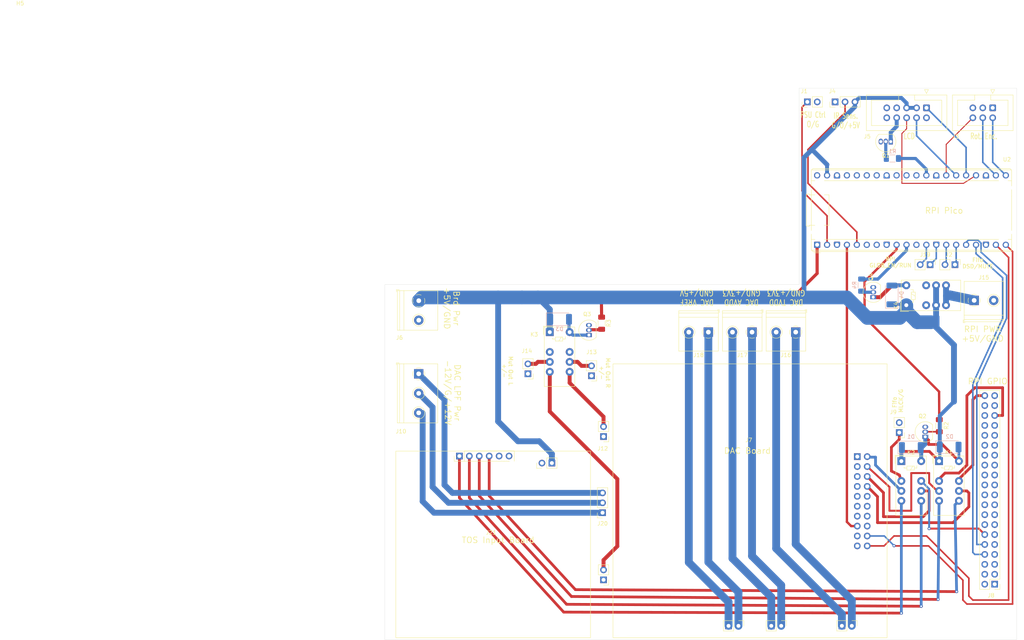
<source format=kicad_pcb>
(kicad_pcb (version 20241229) (generator "pcbnew") (generator_version "9.0")
  (layers (0 "F.Cu" signal) (2 "B.Cu" signal) (13 "F.Paste" user) (15 "B.Paste" user) (5 "F.SilkS" user "F.Silkscreen") (7 "B.SilkS" user "B.Silkscreen") (1 "F.Mask" user) (3 "B.Mask" user) (25 "Edge.Cuts" user))
  (net 0 "")
  (net 1 "+5V")
  (net 2 "GND")
  (net 3 "Net-(D1-A)")
  (net 4 "Net-(U2-GPIO22)")
  (net 5 "Net-(D3-A)")
  (net 6 "Net-(J1-Pin_1)")
  (net 7 "Net-(J3-Pin_2)")
  (net 8 "Net-(J4-Pin_2)")
  (net 9 "Net-(J2-Pin_1)")
  (net 10 "Net-(J3-Pin_6)")
  (net 12 "Net-(J3-Pin_4)")
  (net 15 "Net-(J5-Pin_8)")
  (net 16 "/SPI_TX")
  (net 20 "/SPI_SCK")
  (net 21 "Net-(Q1-B)")
  (net 22 "Net-(Q2-B)")
  (net 26 "/I2S_SCK")
  (net 27 "/I2S_SD")
  (net 29 "Net-(J7-Pin_15)")
  (net 31 "/SPI_RST")
  (net 33 "/I2C_SCL")
  (net 34 "/I2S_MCK")
  (net 35 "/I2S_LR")
  (net 43 "Net-(J8-Pin_40)")
  (net 44 "/I2C_SDA")
  (net 48 "Net-(J8-Pin_12)")
  (net 70 "/UART_RX")
  (net 73 "Net-(J8-Pin_35)")
  (net 77 "Net-(J9-Pin_1)")
  (net 78 "GNDA")
  (net 79 "Net-(J11-Pin_2)")
  (net 80 "Net-(J12-Pin_2)")
  (net 81 "Net-(J13-Pin_2)")
  (net 82 "Net-(J14-Pin_2)")
  (net 84 "Net-(J21-Pin_1)")
  (net 85 "Net-(J21-Pin_2)")
  (net 86 "Net-(J21-Pin_4)")
  (net 87 "Net-(Q3-B)")
  (net 88 "Net-(U2-GPIO7)")
  (net 89 "Net-(U2-GPIO0)")
  (net 102 "Net-(D4-A)")
  (net 103 "Net-(J15-Pin_1)")
  (net 106 "Net-(Q4-B)")
  (net 108 "/DAC_TVDD_3v3")
  (net 109 "/DAC_TVDD_GND")
  (net 110 "/DAC_AVDD_GND")
  (net 111 "/DAC_AVDD_3v3")
  (net 112 "/DAC_VREFH_GND")
  (net 113 "/DAC_VREFH_5V")
  (net 115 "/DAC_LPF_+12V")
  (net 116 "/DAC_LPF_GND")
  (net 117 "/DAC_LPF_-12V")
  (net 118 "Net-(J21-Pin_3)")
  (net 121 "Net-(U2-GPIO6)")
  (net 122 "/UART_TX")
  (net 124 "Net-(J19-Pin_2)")
  (net 125 "Net-(J2-Pin_2)")
  (net 126 "Net-(J19-Pin_1)")
  (footprint "Module:RaspberryPi_Pico_Common_THT" (layer "F.Cu") (at 207.315 61.087 90)
    (property "Reference" "U2")
    (property "Value" "Pico")
  )
  (footprint "TerminalBlock_Philmore:TerminalBlock_Philmore_TB132_1x02_P5.00mm_Horizontal" (layer "F.Cu") (at 247.476 75.311)
    (property "Reference" "J15")
    (property "Value" "PWR OUT RPI")
  )
  (footprint "MountingHole:MountingHole_3.2mm_M3" (layer "F.Cu") (at 117.094 83.439)
    (property "Reference" "H2" (hide yes))
    (property "Value" "MountingHole" (hide yes))
  )
  (footprint "Connector_IDC:IDC-Header_2x05_P2.54mm_Vertical" (layer "F.Cu") (at 235.285 26.035 -90)
    (property "Reference" "J5")
    (property "Value" "LCD")
  )
  (footprint "TerminalBlock_Philmore:TerminalBlock_Philmore_TB133_1x03_P5.00mm_Horizontal" (layer "F.Cu") (at 105.41 94.107 -90)
    (property "Reference" "J10")
    (property "Value" "DAC LPF PWR")
  )
  (footprint "Connector_PinHeader_2.54mm:PinHeader_1x02_P2.54mm_Vertical" (layer "F.Cu") (at 228.3206 109.1438 180)
    (property "Reference" "J9")
    (property "Value" "FIFO MCLK")
  )
  (footprint "Connector_PinSocket_2.54mm:PinSocket_1x03_P2.54mm_Vertical" (layer "F.Cu") (at 152.433346 129.667 180)
    (property "Reference" "J20")
    (property "Value" "DAC LPF PWR")
  )
  (footprint "Connector_IDC:IDC-Header_2x03_P2.54mm_Vertical" (layer "F.Cu") (at 252.222 26.035 -90)
    (property "Reference" "J3")
    (property "Value" "Rot Enc")
  )
  (footprint "Resistor_SMD:R_1206_3216Metric_Pad1.30x1.75mm_HandSolder" (layer "F.Cu") (at 238.5568 107.3918 -90)
    (property "Reference" "R2")
    (property "Value" "1K")
  )
  (footprint "Resistor_SMD:R_1206_3216Metric_Pad1.30x1.75mm_HandSolder" (layer "F.Cu") (at 152.1968 81.153 -90)
    (property "Reference" "R3")
    (property "Value" "1K")
  )
  (footprint "MountingHole:MountingHole_3.2mm_M3" (layer "F.Cu") (at 3.475 3.475)
    (property "Reference" "H5")
    (property "Value" "MountingHole")
  )
  (footprint "Relay_THT:Relay_DPDT_Omron_G6S-2" (layer "F.Cu") (at 238.506 116.459)
    (property "Reference" "K1")
    (property "Value" "G6S-2" (hide yes))
  )
  (footprint "TerminalBlock_Philmore:TerminalBlock_Philmore_TB132_1x02_P5.00mm_Horizontal" (layer "F.Cu") (at 179.498 83.439 180)
    (property "Reference" "J18")
    (property "Value" "DAC VREFH 5V")
  )
  (footprint "Relay_THT:Relay_DPDT_Omron_G6S-2" (layer "F.Cu") (at 228.854 116.459)
    (property "Reference" "K2")
    (property "Value" "G6S-2" (hide yes))
  )
  (footprint "Connector_PinHeader_2.54mm:PinHeader_1x03_P2.54mm_Vertical" (layer "F.Cu") (at 211.917 24.511 90)
    (property "Reference" "J4")
    (property "Value" "IR Rec")
  )
  (footprint "Connector_PinHeader_2.54mm:PinHeader_1x02_P2.54mm_Vertical" (layer "F.Cu") (at 133.35 94.107 180)
    (property "Reference" "J14")
    (property "Value" "DAC OUT L MUTED")
  )
  (footprint "Relay_THT:Relay_DPDT_Omron_G6S-2" (layer "F.Cu") (at 138.938 83.439)
    (property "Reference" "K3")
    (property "Value" "G6S-2" (hide yes))
  )
  (footprint "Connector_PinHeader_2.54mm:PinHeader_1x02_P2.54mm_Vertical" (layer "F.Cu") (at 236.22 66.167 -90)
    (property "Reference" "J19")
    (property "Value" "RPI GLOBAL_EN/RUN")
  )
  (footprint "Connector_PinHeader_2.54mm:PinHeader_2x20_P2.54mm_Vertical" (layer "F.Cu") (at 252.73 147.955 180)
    (property "Reference" "J8")
    (property "Value" "RPI4")
  )
  (footprint "Package_TO_SOT_THT:TO-92_Inline" (layer "F.Cu") (at 226.141 34.671 180)
    (property "Reference" "Q1")
    (property "Value" "BC547")
  )
  (footprint "MyLibrary:diyinkhak4497board" (layer "F.Cu") (at 189.899363 125.0822 -90)
    (property "Reference" "J7")
    (property "Value" "DAC I2S/I2C")
  )
  (footprint "Connector_PinHeader_2.54mm:PinHeader_1x02_P2.54mm_Vertical" (layer "F.Cu") (at 204.805 24.511 90)
    (property "Reference" "J1")
    (property "Value" "PSU Ctrl")
  )
  (footprint "Package_TO_SOT_THT:TO-92_Inline" (layer "F.Cu") (at 234.9754 110.236 90)
    (property "Reference" "Q2")
    (property "Value" "BC547")
  )
  (footprint "TerminalBlock_Philmore:TerminalBlock_Philmore_TB132_1x02_P5.00mm_Horizontal" (layer "F.Cu") (at 105.433 75.391 -90)
    (property "Reference" "J6")
    (property "Value" "Board PWR")
  )
  (footprint "Connector_PinHeader_2.54mm:PinHeader_1x02_P2.54mm_Vertical" (layer "F.Cu") (at 242.57 66.167 -90)
    (property "Reference" "J2")
    (property "Value" "FIFO DSD/MUTE")
  )
  (footprint "Connector_PinHeader_2.54mm:PinHeader_1x02_P2.54mm_Vertical" (layer "F.Cu") (at 152.687346 110.1648 180)
    (property "Reference" "J12")
    (property "Value" "DAC AOUT L")
  )
  (footprint "Package_TO_SOT_THT:TO-92_Inline" (layer "F.Cu") (at 221.6658 74.4982 90)
    (property "Reference" "Q4")
    (property "Value" "BC547")
  )
  (footprint "MountingHole:MountingHole_3.2mm_M3" (layer "F.Cu") (at 251.714 157.099)
    (property "Reference" "H1" (hide yes))
    (property "Value" "MountingHole" (hide yes))
  )
  (footprint "Connector_PinHeader_2.54mm:PinHeader_1x02_P2.54mm_Vertical" (layer "F.Cu") (at 149.606 94.615 180)
    (property "Reference" "J13")
    (property "Value" "DAC OUT R MUTED")
  )
  (footprint "Package_TO_SOT_THT:TO-92_Inline" (layer "F.Cu") (at 148.95 84.201 90)
    (property "Reference" "Q3")
    (property "Value" "BC547")
  )
  (footprint "Relay_THT:Relay_DPDT_Omron_G6S-2" (layer "F.Cu") (at 230.124 76.541 90)
    (property "Reference" "K4")
    (property "Value" "G6S-2")
  )
  (footprint "TerminalBlock_Philmore:TerminalBlock_Philmore_TB132_1x02_P5.00mm_Horizontal" (layer "F.Cu") (at 190.6686 83.439 180)
    (property "Reference" "J17")
    (property "Value" "DAC AVDD 3V3")
  )
  (footprint "MyLibrary:tosInputBoard" (layer "F.Cu") (at 123.952 135.2422)
    (property "Reference" "J21")
    (property "Value" "TOS Brd")
  )
  (footprint "TerminalBlock_Philmore:TerminalBlock_Philmore_TB132_1x02_P5.00mm_Horizontal" (layer "F.Cu") (at 201.8392 83.439 180)
    (property "Reference" "J16")
    (property "Value" "DAC TVDD 3V3")
  )
  (footprint "Connector_PinHeader_2.54mm:PinHeader_1x02_P2.54mm_Vertical" (layer "F.Cu") (at 152.687346 146.8424 180)
    (property "Reference" "J11" (hide yes))
    (property "Value" "DAC AOUT R")
  )
  (footprint "Diode_SMD:D_MELF" (layer "B.Cu") (at 231.4064 112.9538)
    (property "Reference" "D1")
    (property "Value" "1N4004")
  )
  (footprint "Resistor_SMD:R_1206_3216Metric_Pad1.30x1.75mm_HandSolder" (layer "B.Cu") (at 218.694 71.4 -90)
    (property "Reference" "R4")
    (property "Value" "1K")
  )
  (footprint "Diode_SMD:D_MELF" (layer "B.Cu") (at 226.4156 73.914 90)
    (property "Reference" "D4")
    (property "Value" "1N4004")
  )
  (footprint "Resistor_SMD:R_1206_3216Metric_Pad1.30x1.75mm_HandSolder" (layer "B.Cu") (at 226.5674 38.989 180)
    (property "Reference" "R1")
    (property "Value" "1K")
  )
  (footprint "Diode_SMD:D_MELF" (layer "B.Cu") (at 241.0844 112.8522)
    (property "Reference" "D2")
    (property "Value" "1N4004")
  )
  (footprint "Diode_SMD:D_MELF" (layer "B.Cu") (at 141.4526 80.137)
    (property "Reference" "D3")
    (property "Value" "1N4004")
  )
  (gr_rect (start 235.458 79.375) (end 238.506 82.423) (stroke (width 0.2)) (fill yes) (layer "B.Cu") (net 1))
  (gr_poly (pts (xy 96.774 71.247) (xy 96.774 162.179) (xy 258.318 162.179) (xy 258.318 20.955) (xy 202.692 20.955) (xy 202.692 71.247)) (stroke (width 0.05)) (fill no) (layer "Edge.Cuts"))
  (gr_text "RPI PWR\n+5V/GND" (at 249.682 85.979 0) (layer "F.SilkS") (effects (font (size 1.5 1.5) (thickness 0.1875)) (justify bottom)))
  (gr_text "DAC LPF Pwr\n-12V/G/+12V" (at 112.014 98.933 270) (layer "F.SilkS") (effects (font (size 1.5 1.5) (thickness 0.1875)) (justify bottom)))
  (gr_text "Mut Out R\n+/-" (at 151.638 93.853 270) (layer "F.SilkS") (effects (font (size 1 1) (thickness 0.1875)) (justify bottom)))
  (gr_text "DAC TVDD\nGND/+3V3" (at 199.39 72.517 180) (layer "F.SilkS") (effects (font (size 1.5 1.2) (thickness 0.1875)) (justify bottom)))
  (gr_text "PSU Ctrl\nO/G" (at 206.248 31.115 0) (layer "F.SilkS") (effects (font (size 1.5 1) (thickness 0.1875)) (justify bottom)))
  (gr_text "RPI Pico" (at 239.776 53.213 0) (layer "F.SilkS") (effects (font (size 1.5 1.5) (thickness 0.1875)) (justify bottom)))
  (gr_text "TOS Input Board" (at 125.73 137.541 0) (layer "F.SilkS") (effects (font (size 1.5 1.5) (thickness 0.1875)) (justify bottom)))
  (gr_text "Mut Out L\n+/-" (at 126.746 93.345 270) (layer "F.SilkS") (effects (font (size 1 1) (thickness 0.1875)) (justify bottom)))
  (gr_text "DAC Board" (at 189.484 114.681 0) (layer "F.SilkS") (effects (font (size 1.5 1.5) (thickness 0.1875)) (justify bottom)))
  (gr_text "Rot. Enc." (at 249.936 34.163 0) (layer "F.SilkS") (effects (font (size 1.5 1) (thickness 0.1875)) (justify bottom)))
  (gr_text "Fifo\nDSD/MUTE" (at 248.412 67.183 0) (layer "F.SilkS") (effects (font (size 1 1) (thickness 0.1875)) (justify bottom)))
  (gr_text "DAC AVDD\nGND/+3V3" (at 187.96 72.517 180) (layer "F.SilkS") (effects (font (size 1.5 1.2) (thickness 0.1875)) (justify bottom)))
  (gr_text "Brd Pwr\n+5V/GND" (at 111.76 77.343 -90) (layer "F.SilkS") (effects (font (size 1.5 1.5) (thickness 0.1875)) (justify bottom)))
  (gr_text "RPI GPIO" (at 250.952 96.901 0) (layer "F.SilkS") (effects (font (size 1.5 1.5) (thickness 0.1875)) (justify bottom)))
  (gr_text "Fifo \nMLCK/G" (at 229.3366 101.0158 90) (layer "F.SilkS") (effects (font (size 1 1) (thickness 0.1875)) (justify bottom)))
  (gr_text "IR Sens.\nG/O/+5V" (at 214.63 31.369 0) (layer "F.SilkS") (effects (font (size 1.5 1) (thickness 0.1875)) (justify bottom)))
  (gr_text "RPI\nGLOB_EN/RUN" (at 226.06 66.929 0) (layer "F.SilkS") (effects (font (size 1 1) (thickness 0.1875)) (justify bottom)))
  (gr_text "LCD" (at 230.886 34.163 0) (layer "F.SilkS") (effects (font (size 1.5 1) (thickness 0.1875)) (justify bottom)))
  (gr_text "DAC VREF\nGND/+5V" (at 176.53 72.517 180) (layer "F.SilkS") (effects (font (size 1.5 1.2) (thickness 0.1875)) (justify bottom)))
  (segment (start 229.0318 113.9698) (end 228.854 114.1476) (width 0.7) (layer "F.Cu") (net 1))
  (segment (start 236.0168 113.9698) (end 229.0318 113.9698) (width 0.7) (layer "F.Cu") (net 1))
  (segment (start 228.854 114.681) (end 228.854 116.459) (width 0.7) (layer "F.Cu") (net 1))
  (segment (start 228.854 114.1476) (end 228.854 114.681) (width 0.7) (layer "F.Cu") (net 1))
  (segment (start 238.506 116.459) (end 236.0168 113.9698) (width 0.7) (layer "F.Cu") (net 1))
  (segment (start 214.903 74.568) (end 220.126 79.791) (width 3.5) (layer "B.Cu") (net 1))
  (segment (start 238.6844 112.8522) (end 238.6844 116.2806) (width 0.8) (layer "B.Cu") (net 1))
  (segment (start 216.997 24.511) (end 216.997 25.713081) (width 1) (layer "B.Cu") (net 1))
  (segment (start 206.00054 36.70954) (end 209.855 40.564) (width 1.2) (layer "B.Cu") (net 1))
  (segment (start 230.205 24.832919) (end 230.205 26.035) (width 1) (layer "B.Cu") (net 1))
  (segment (start 214.935 74.536) (end 214.903 74.568) (width 1.8) (layer "B.Cu") (net 1))
  (segment (start 230.124 76.541) (end 230.124 78.105) (width 3.5) (layer "B.Cu") (net 1))
  (segment (start 238.6844 104.8506) (end 242.316 101.219) (width 1) (layer "B.Cu") (net 1))
  (segment (start 138.938 83.439) (end 138.938 77.616) (width 1.5) (layer "B.Cu") (net 1))
  (segment (start 209.855 40.564) (end 209.855 43.307) (width 1) (layer "B.Cu") (net 1))
  (segment (start 236.474 80.899) (end 237.744 79.629) (width 1.5) (layer "B.Cu") (net 1))
  (segment (start 105.433 75.391) (end 106.256 74.568) (width 3.5) (layer "B.Cu") (net 1))
  (segment (start 228.854 114.427) (end 228.854 116.459) (width 1) (layer "B.Cu") (net 1))
  (segment (start 230.124 78.105) (end 232.918 80.899) (width 3.5) (layer "B.Cu") (net 1))
  (segment (start 218.013 23.495) (end 228.867081 23.495) (width 1) (layer "B.Cu") (net 1))
  (segment (start 226.4156 76.314) (end 229.897 76.314) (width 0.8) (layer "B.Cu") (net 1))
  (segment (start 228.867081 23.495) (end 230.205 24.832919) (width 1) (layer "B.Cu") (net 1))
  (segment (start 242.316 101.219) (end 242.316 86.741) (width 1.5) (layer "B.Cu") (net 1))
  (segment (start 135.89 74.568) (end 203.962 74.568) (width 3.5) (layer "B.Cu") (net 1))
  (segment (start 106.256 74.568) (end 125.73 74.568) (width 3.5) (layer "B.Cu") (net 1))
  (segment (start 206.00054 36.70954) (end 203.962 38.748081) (width 1.2) (layer "B.Cu") (net 1))
  (segment (start 216.997 24.511) (end 218.013 23.495) (width 1) (layer "B.Cu") (net 1))
  (segment (start 237.744 76.541) (end 237.744 79.629) (width 1.5) (layer "B.Cu") (net 1))
  (segment (start 232.918 80.899) (end 236.474 80.899) (width 3.5) (layer "B.Cu") (net 1))
  (segment (start 203.962 74.568) (end 214.903 74.568) (width 3.5) (layer "B.Cu") (net 1))
  (segment (start 139.476 116.9542) (end 139.476 114.6042) (width 1.5) (layer "B.Cu") (net 1))
  (segment (start 136.2508 111.379) (end 130.81 111.379) (width 1.5) (layer "B.Cu") (net 1))
  (segment (start 238.506 116.459) (end 238.506 115.691) (width 0.7) (layer "B.Cu") (net 1))
  (segment (start 237.744 76.541) (end 237.744 71.461) (width 1.5) (layer "B.Cu") (net 1))
  (segment (start 220.126 79.791) (end 228.438 79.791) (width 3.5) (layer "B.Cu") (net 1))
  (segment (start 216.997 25.713081) (end 206.00054 36.70954) (width 1.2) (layer "B.Cu") (net 1))
  (segment (start 138.938 77.616) (end 135.89 74.568) (width 1.5) (layer "B.Cu") (net 1))
  (segment (start 238.6844 116.2806) (end 238.506 116.459) (width 0.8) (layer "B.Cu") (net 1))
  (segment (start 203.962 38.748081) (end 203.962 74.568) (width 1.2) (layer "B.Cu") (net 1))
  (segment (start 139.476 114.6042) (end 136.2508 111.379) (width 1.5) (layer "B.Cu") (net 1))
  (segment (start 230.124 78.105) (end 228.438 79.791) (width 3.5) (layer "B.Cu") (net 1))
  (segment (start 130.81 111.379) (end 125.73 106.299) (width 1.5) (layer "B.Cu") (net 1))
  (segment (start 236.474 80.899) (end 242.316 86.741) (width 1.5) (layer "B.Cu") (net 1))
  (segment (start 230.205 26.035) (end 232.745 26.035) (width 1) (layer "B.Cu") (net 1))
  (segment (start 125.73 106.299) (end 125.73 74.568) (width 1.5) (layer "B.Cu") (net 1))
  (segment (start 125.73 74.568) (end 131.826 74.568) (width 3.5) (layer "B.Cu") (net 1))
  (segment (start 229.897 76.314) (end 230.124 76.541) (width 0.8) (layer "B.Cu") (net 1))
  (segment (start 238.6844 112.8522) (end 238.6844 104.8506) (width 1) (layer "B.Cu") (net 1))
  (segment (start 131.826 74.568) (end 135.89 74.568) (width 3.5) (layer "B.Cu") (net 1))
  (segment (start 235.8136 112.188) (end 235.8136 111.0742) (width 0.7) (layer "F.Cu") (net 3))
  (segment (start 235.8136 111.0742) (end 234.9754 110.236) (width 0.7) (layer "F.Cu") (net 3))
  (segment (start 235.8136 112.188) (end 239.315 112.188) (width 0.7) (layer "F.Cu") (net 3))
  (segment (start 239.315 112.188) (end 243.586 116.459) (width 0.7) (layer "F.Cu") (net 3))
  (segment (start 233.934 116.459) (end 233.934 114.443) (width 1) (layer "B.Cu") (net 3))
  (segment (start 243.586 114.427) (end 243.586 116.459) (width 0.7) (layer "B.Cu") (net 3))
  (segment (start 233.918 113.22) (end 234.9754 112.1626) (width 1) (layer "B.Cu") (net 3))
  (segment (start 233.934 114.443) (end 233.918 114.427) (width 1) (layer "B.Cu") (net 3))
  (segment (start 243.078 116.459) (end 243.078 117.224) (width 0.3) (layer "B.Cu") (net 3))
  (segment (start 233.918 114.427) (end 233.918 113.22) (width 1) (layer "B.Cu") (net 3))
  (segment (start 234.9754 112.1626) (end 234.9754 110.236) (width 1) (layer "B.Cu") (net 3))
  (segment (start 235.255 41.7578) (end 235.255 43.307) (width 0.8) (layer "B.Cu") (net 4))
  (segment (start 232.4862 38.989) (end 235.255 41.7578) (width 0.8) (layer "B.Cu") (net 4))
  (segment (start 228.1174 38.989) (end 232.4862 38.989) (width 0.8) (layer "B.Cu") (net 4))
  (segment (start 143.51 82.931) (end 144.018 83.439) (width 0.4) (layer "F.Cu") (net 5))
  (segment (start 144.018 83.439) (end 144.78 84.201) (width 0.4) (layer "B.Cu") (net 5))
  (segment (start 143.8526 80.137) (end 143.8526 83.2736) (width 0.8) (layer "B.Cu") (net 5))
  (segment (start 144.78 84.201) (end 148.95 84.201) (width 0.8) (layer "B.Cu") (net 5))
  (segment (start 143.8526 83.2736) (end 144.018 83.439) (width 0.8) (layer "B.Cu") (net 5))
  (segment (start 209.855 61.087) (end 209.855 53.67) (width 0.4) (layer "F.Cu") (net 6))
  (segment (start 203.454 25.862) (end 204.805 24.511) (width 0.4) (layer "F.Cu") (net 6))
  (segment (start 209.855 53.67) (end 203.454 47.269) (width 0.4) (layer "F.Cu") (net 6))
  (segment (start 203.454 47.269) (end 203.454 25.862) (width 0.4) (layer "F.Cu") (net 6))
  (segment (start 252.222 28.575) (end 252.222 39.954) (width 0.4) (layer "B.Cu") (net 7))
  (segment (start 252.222 39.954) (end 255.575 43.307) (width 0.4) (layer "B.Cu") (net 7))
  (segment (start 214.457 27.224) (end 214.457 24.511) (width 0.4) (layer "F.Cu") (net 8))
  (segment (start 204.978 36.703) (end 214.457 27.224) (width 0.4) (layer "F.Cu") (net 8))
  (segment (start 204.978 45.339) (end 204.978 36.703) (width 0.4) (layer "F.Cu") (net 8))
  (segment (start 217.475 61.087) (end 217.475 57.836) (width 0.4) (layer "F.Cu") (net 8))
  (segment (start 217.475 57.836) (end 204.978 45.339) (width 0.4) (layer "F.Cu") (net 8))
  (segment (start 242.875 65.862) (end 242.57 66.167) (width 0.4) (layer "B.Cu") (net 9))
  (segment (start 242.875 61.087) (end 242.875 65.862) (width 0.4) (layer "B.Cu") (net 9))
  (segment (start 240.335 43.307) (end 240.335 35.382) (width 0.25) (layer "F.Cu") (net 10))
  (segment (start 240.335 35.382) (end 247.142 28.575) (width 0.25) (layer "F.Cu") (net 10))
  (segment (start 249.682 28.575) (end 249.682 39.954) (width 0.4) (layer "B.Cu") (net 12))
  (segment (start 249.682 39.954) (end 253.035 43.307) (width 0.4) (layer "B.Cu") (net 12))
  (segment (start 249.682 28.88) (end 249.682 28.575) (width 0.4) (layer "B.Cu") (net 12))
  (segment (start 226.141 34.671) (end 226.141 32.304) (width 1) (layer "B.Cu") (net 15))
  (segment (start 227.665 30.78) (end 227.665 28.575) (width 1) (layer "B.Cu") (net 15))
  (segment (start 226.141 32.304) (end 227.665 30.78) (width 1) (layer "B.Cu") (net 15))
  (segment (start 245.415 36.165) (end 245.415 43.307) (width 0.4) (layer "B.Cu") (net 16))
  (segment (start 235.285 26.035) (end 245.415 36.165) (width 0.4) (layer "B.Cu") (net 16))
  (segment (start 247.955 43.307) (end 244.74 45.355) (width 0.25) (layer "F.Cu") (net 20))
  (segment (start 228.99 32.605) (end 230.205 31.39) (width 0.25) (layer "F.Cu") (net 20))
  (segment (start 244.74 45.355) (end 228.99 45.355) (width 0.25) (layer "F.Cu") (net 20))
  (segment (start 230.205 31.39) (end 230.205 28.575) (width 0.25) (layer "F.Cu") (net 20))
  (segment (start 228.99 45.355) (end 228.99 32.605) (width 0.25) (layer "F.Cu") (net 20))
  (segment (start 224.79 34.752) (end 224.871 34.671) (width 0.4) (layer "F.Cu") (net 21))
  (segment (start 225.0174 38.989) (end 224.871 38.8426) (width 0.8) (layer "B.Cu") (net 21))
  (segment (start 224.871 38.8426) (end 224.871 34.671) (width 0.8) (layer "B.Cu") (net 21))
  (segment (start 235.4326 108.9406) (end 238.7346 108.9406) (width 0.4) (layer "F.Cu") (net 22))
  (segment (start 234.442 130.683) (end 235.966 129.159) (width 0.7) (layer "F.Cu") (net 26))
  (segment (start 224.282 130.683) (end 234.442 130.683) (width 0.7) (layer "F.Cu") (net 26))
  (segment (start 235.966 124.079) (end 233.934 124.079) (width 0.7) (layer "F.Cu") (net 26))
  (segment (start 220.125363 120.3832) (end 224.282 124.539837) (width 0.7) (layer "F.Cu") (net 26))
  (segment (start 224.282 124.539837) (end 224.282 130.683) (width 0.7) (layer "F.Cu") (net 26))
  (segment (start 235.966 129.159) (end 235.966 124.079) (width 0.7) (layer "F.Cu") (net 26))
  (segment (start 233.426 124.587) (end 233.934 124.079) (width 0.7) (layer "F.Cu") (net 26))
  (segment (start 246.126 124.587) (end 245.618 124.079) (width 0.7) (layer "F.Cu") (net 27))
  (segment (start 245.618 124.079) (end 243.078 124.079) (width 0.7) (layer "F.Cu") (net 27))
  (segment (start 222.758 132.207) (end 242.062 132.207) (width 0.7) (layer "F.Cu") (net 27))
  (segment (start 242.062 132.207) (end 246.126 128.143) (width 0.7) (layer "F.Cu") (net 27))
  (segment (start 243.078 124.079) (end 243.078 124.335792) (width 0.7) (layer "F.Cu") (net 27))
  (segment (start 220.125363 122.9232) (end 222.758 125.555837) (width 0.7) (layer "F.Cu") (net 27))
  (segment (start 222.758 125.555837) (end 222.758 132.207) (width 0.7) (layer "F.Cu") (net 27))
  (segment (start 246.126 128.143) (end 246.126 124.587) (width 0.7) (layer "F.Cu") (net 27))
  (segment (start 214.935 132.004) (end 214.935 61.087) (width 0.6) (layer "F.Cu") (net 29))
  (segment (start 216.0142 133.0832) (end 214.935 132.004) (width 0.6) (layer "F.Cu") (net 29))
  (segment (start 217.585363 133.0832) (end 216.0142 133.0832) (width 0.6) (layer "F.Cu") (net 29))
  (segment (start 232.745 28.575) (end 232.745 33.177) (width 0.4) (layer "B.Cu") (net 31))
  (segment (start 232.745 33.177) (end 242.875 43.307) (width 0.4) (layer "B.Cu") (net 31))
  (segment (start 245.618 153.035) (end 257.302 153.035) (width 0.4) (layer "F.Cu") (net 33))
  (segment (start 257.302 62.814) (end 255.575 61.087) (width 0.4) (layer "F.Cu") (net 33))
  (segment (start 235.8262 138.1632) (end 244.602 146.939) (width 0.4) (layer "F.Cu") (net 33))
  (segment (start 244.602 146.939) (end 244.602 152.019) (width 0.4) (layer "F.Cu") (net 33))
  (segment (start 244.602 152.019) (end 245.618 153.035) (width 0.4) (layer "F.Cu") (net 33))
  (segment (start 257.302 153.035) (end 257.302 62.814) (width 0.4) (layer "F.Cu") (net 33))
  (segment (start 235.8262 138.1632) (end 227.0482 138.1632) (width 0.4) (layer "F.Cu") (net 33))
  (via (at 226.99 138.105) (size 0.8) (drill 0.4) (layers "F.Cu" "B.Cu") (net 33))
  (segment (start 224.5082 135.6232) (end 226.99 138.105) (width 0.4) (layer "B.Cu") (net 33))
  (segment (start 220.125363 135.6232) (end 224.5082 135.6232) (width 0.4) (layer "B.Cu") (net 33))
  (segment (start 228.854 124.079) (end 222.25 117.475) (width 0.7) (layer "B.Cu") (net 34))
  (segment (start 220.265163 115.443) (end 220.125363 115.3032) (width 0.7) (layer "B.Cu") (net 34))
  (segment (start 222.25 117.475) (end 222.25 115.443) (width 0.7) (layer "B.Cu") (net 34))
  (segment (start 222.25 115.443) (end 220.265163 115.443) (width 0.7) (layer "B.Cu") (net 34))
  (segment (start 225.806 129.159) (end 231.394 129.159) (width 0.5) (layer "F.Cu") (net 35))
  (segment (start 220.125363 117.8432) (end 225.806 123.063) (width 0.5) (layer "F.Cu") (net 35))
  (segment (start 237.998 124.079) (end 237.998 123.729167) (width 0.25) (layer "F.Cu") (net 35))
  (segment (start 231.394 119.507) (end 235.966 119.507) (width 0.5) (layer "F.Cu") (net 35))
  (segment (start 237.998 124.079) (end 235.966 122.047) (width 0.5) (layer "F.Cu") (net 35))
  (segment (start 225.806 123.063) (end 225.806 129.159) (width 0.5) (layer "F.Cu") (net 35))
  (segment (start 235.966 122.047) (end 235.966 119.507) (width 0.5) (layer "F.Cu") (net 35))
  (segment (start 231.394 129.159) (end 231.394 119.507) (width 0.5) (layer "F.Cu") (net 35))
  (segment (start 243.078 121.539) (end 247.142 117.475) (width 0.7) (layer "F.Cu") (net 43))
  (segment (start 247.142 117.475) (end 247.142 100.711) (width 0.7) (layer "F.Cu") (net 43))
  (segment (start 247.142 100.711) (end 248.158 99.695) (width 0.7) (layer "F.Cu") (net 43))
  (segment (start 248.158 99.695) (end 250.19 99.695) (width 0.7) (layer "F.Cu") (net 43))
  (segment (start 246.126 151.003) (end 247.142 152.019) (width 0.4) (layer "F.Cu") (net 44))
  (segment (start 235.3182 135.6232) (end 246.126 146.431) (width 0.4) (layer "F.Cu") (net 44))
  (segment (start 246.126 146.431) (end 246.126 151.003) (width 0.4) (layer "F.Cu") (net 44))
  (segment (start 256.286 152.019) (end 256.286 64.338) (width 0.4) (layer "F.Cu") (net 44))
  (segment (start 226.9718 135.6232) (end 224.4318 138.1632) (width 0.4) (layer "F.Cu") (net 44))
  (segment (start 224.4318 138.1632) (end 220.125363 138.1632) (width 0.4) (layer "F.Cu") (net 44))
  (segment (start 247.142 152.019) (end 256.286 152.019) (width 0.4) (layer "F.Cu") (net 44))
  (segment (start 235.3182 135.6232) (end 226.9718 135.6232) (width 0.4) (layer "F.Cu") (net 44))
  (segment (start 256.286 64.338) (end 253.035 61.087) (width 0.4) (layer "F.Cu") (net 44))
  (segment (start 250.19 135.255) (end 248.666 133.731) (width 0.5) (layer "F.Cu") (net 48))
  (segment (start 248.666 133.731) (end 235.966 133.731) (width 0.5) (layer "F.Cu") (net 48))
  (via (at 235.966 133.731) (size 0.8) (drill 0.4) (layers "F.Cu" "B.Cu") (net 48))
  (segment (start 233.934 121.539) (end 235.966 123.571) (width 0.5) (layer "B.Cu") (net 48))
  (segment (start 235.966 123.571) (end 235.966 133.731) (width 0.5) (layer "B.Cu") (net 48))
  (segment (start 245.998453 59.886) (end 245.398218 60.486235) (width 0.4) (layer "B.Cu") (net 70))
  (segment (start 249.24 62.975) (end 249.24 60.673529) (width 0.4) (layer "B.Cu") (net 70))
  (segment (start 255.778 79.883) (end 248.158 96.647) (width 0.4) (layer "B.Cu") (net 70))
  (segment (start 249.24 62.975) (end 255.778 68.91) (width 0.4) (layer "B.Cu") (net 70))
  (segment (start 248.158 96.647) (end 248.158 137.795) (width 0.4) (layer "B.Cu") (net 70))
  (segment (start 249.24 60.673529) (end 248.452471 59.886) (width 0.4) (layer "B.Cu") (net 70))
  (segment (start 255.778 68.91) (end 255.778 79.883) (width 0.4) (layer "B.Cu") (net 70))
  (segment (start 248.452471 59.886) (end 245.998453 59.886) (width 0.4) (layer "B.Cu") (net 70))
  (segment (start 248.158 137.795) (end 250.19 137.795) (width 0.4) (layer "B.Cu") (net 70))
  (segment (start 240.03 119.507) (end 243.586 119.507) (width 0.7) (layer "F.Cu") (net 73))
  (segment (start 254.762 104.775) (end 252.73 104.775) (width 0.7) (layer "F.Cu") (net 73))
  (segment (start 243.586 119.507) (end 245.618 117.475) (width 0.7) (layer "F.Cu") (net 73))
  (segment (start 247.65 97.663) (end 254.762 97.663) (width 0.7) (layer "F.Cu") (net 73))
  (segment (start 245.618 117.475) (end 245.618 99.695) (width 0.7) (layer "F.Cu") (net 73))
  (segment (start 245.618 99.695) (end 247.65 97.663) (width 0.7) (layer "F.Cu") (net 73))
  (segment (start 254.762 97.663) (end 254.762 104.775) (width 0.7) (layer "F.Cu") (net 73))
  (segment (start 237.998 121.539) (end 240.03 119.507) (width 0.7) (layer "F.Cu") (net 73))
  (segment (start 228.346 120.015) (end 228.854 121.539) (width 0.7) (layer "F.Cu") (net 77))
  (segment (start 226.314 112.903) (end 228.3206 110.8964) (width 0.7) (layer "F.Cu") (net 77))
  (segment (start 228.3206 110.8964) (end 228.3206 109.1438) (width 0.7) (layer "F.Cu") (net 77))
  (segment (start 226.314 118.999) (end 228.346 120.015) (width 0.7) (layer "F.Cu") (net 77))
  (segment (start 226.314 112.903) (end 226.314 118.999) (width 0.7) (layer "F.Cu") (net 77))
  (segment (start 138.938 103.759) (end 138.938 93.599) (width 1) (layer "F.Cu") (net 79))
  (segment (start 152.687346 141.774258) (end 156.21 138.251604) (width 1) (layer "F.Cu") (net 79))
  (segment (start 156.21 138.251604) (end 156.21 121.031) (width 1) (layer "F.Cu") (net 79))
  (segment (start 152.687346 141.774258) (end 152.687346 144.3024) (width 1) (layer "F.Cu") (net 79))
  (segment (start 156.21 121.031) (end 138.938 103.759) (width 1) (layer "F.Cu") (net 79))
  (segment (start 144.018 93.599) (end 144.018 96.427312) (width 1) (layer "F.Cu") (net 80))
  (segment (start 144.018 96.427312) (end 152.687346 105.096658) (width 1) (layer "F.Cu") (net 80))
  (segment (start 152.687346 105.096658) (end 152.687346 107.6248) (width 1) (layer "F.Cu") (net 80))
  (segment (start 149.606 92.075) (end 147.066 92.075) (width 1) (layer "F.Cu") (net 81))
  (segment (start 147.066 92.075) (end 146.05 91.059) (width 1) (layer "F.Cu") (net 81))
  (segment (start 146.05 91.059) (end 144.018 91.059) (width 1) (layer "F.Cu") (net 81))
  (segment (start 135.382 91.567) (end 135.89 91.059) (width 1) (layer "F.Cu") (net 82))
  (segment (start 133.35 91.567) (end 135.382 91.567) (width 1) (layer "F.Cu") (net 82))
  (segment (start 135.89 91.059) (end 138.938 91.059) (width 1) (layer "F.Cu") (net 82))
  (segment (start 228.854 155.355) (end 142.494 155.105) (width 0.7) (layer "F.Cu") (net 84))
  (segment (start 115.824 125.857) (end 115.824 115.1542) (width 0.7) (layer "F.Cu") (net 84))
  (segment (start 142.494 155.105) (end 115.824 125.857) (width 0.7) (layer "F.Cu") (net 84))
  (via (at 228.854 155.355) (size 0.8) (drill 0.4) (layers "F.Cu" "B.Cu") (net 84))
  (segment (start 228.854 126.619) (end 228.854 155.355) (width 0.7) (layer "B.Cu") (net 84))
  (segment (start 143.24 153.105) (end 118.364 125.857) (width 0.7) (layer "F.Cu") (net 85))
  (segment (start 118.364 125.857) (end 118.364 115.1542) (width 0.7) (layer "F.Cu") (net 85))
  (segment (start 233.934 153.605) (end 143.24 153.105) (width 0.7) (layer "F.Cu") (net 85))
  (via (at 233.934 153.605) (size 0.8) (drill 0.4) (layers "F.Cu" "B.Cu") (net 85))
  (segment (start 233.934 126.619) (end 233.934 153.605) (width 0.7) (layer "B.Cu") (net 85))
  (segment (start 145.49 149.355) (end 123.444 125.349) (width 0.7) (layer "F.Cu") (net 86))
  (segment (start 242.99 149.855) (end 145.49 149.355) (width 0.7) (layer "F.Cu") (net 86))
  (segment (start 123.444 125.349) (end 123.444 115.1542) (width 0.7) (layer "F.Cu") (net 86))
  (via (at 242.99 149.855) (size 0.8) (drill 0.4) (layers "F.Cu" "B.Cu") (net 86))
  (segment (start 242.57 127.635) (end 243.586 126.619) (width 0.7) (layer "B.Cu") (net 86))
  (segment (start 242.99 149.855) (end 242.57 127.635) (width 0.7) (layer "B.Cu") (net 86))
  (segment (start 152.146 82.8275) (end 149.0535 82.8275) (width 0.8) (layer "F.Cu") (net 87))
  (segment (start 149.0535 82.8275) (end 148.95 82.931) (width 0.8) (layer "F.Cu") (net 87))
  (segment (start 222.8596 69.85) (end 218.694 69.85) (width 0.8) (layer "B.Cu") (net 88))
  (segment (start 230.175 62.5346) (end 222.8596 69.85) (width 0.8) (layer "B.Cu") (net 88))
  (segment (start 230.175 62.5346) (end 230.175 61.087) (width 0.8) (layer "B.Cu") (net 88))
  (segment (start 152.146 75.565) (end 154.432 73.279) (width 0.8) (layer "F.Cu") (net 89))
  (segment (start 202.438 73.279) (end 207.315 68.402) (width 0.8) (layer "F.Cu") (net 89))
  (segment (start 152.1968 79.603) (end 152.146 75.565) (width 0.8) (layer "F.Cu") (net 89))
  (segment (start 207.315 68.402) (end 207.315 61.087) (width 0.8) (layer "F.Cu") (net 89))
  (segment (start 154.432 73.279) (end 202.438 73.279) (width 0.8) (layer "F.Cu") (net 89))
  (segment (start 226.4575 71.461) (end 223.4203 74.4982) (width 1) (layer "F.Cu") (net 102))
  (segment (start 223.4203 74.4982) (end 221.6658 74.4982) (width 1) (layer "F.Cu") (net 102))
  (segment (start 230.124 71.461) (end 226.4575 71.461) (width 1) (layer "F.Cu") (net 102))
  (segment (start 230.124 71.461) (end 227.764 71.461) (width 1) (layer "B.Cu") (net 102))
  (segment (start 227.764 71.461) (end 227.584 71.641) (width 1) (layer "B.Cu") (net 102))
  (segment (start 247.476 75.311) (end 241.2746 74.0156) (width 2.5) (layer "B.Cu") (net 103))
  (segment (start 240.284 71.461) (end 240.284 74.1426) (width 1.5) (layer "B.Cu") (net 103))
  (segment (start 240.284 74.1426) (end 240.284 76.541) (width 1.5) (layer "B.Cu") (net 103))
  (segment (start 218.694 72.95) (end 218.9722 73.2282) (width 0.8) (layer "B.Cu") (net 106))
  (segment (start 218.9722 73.2282) (end 221.6658 73.2282) (width 0.8) (layer "B.Cu") (net 106))
  (segment (start 196.8392 83.439) (end 196.8392 138.8002) (width 2) (layer "B.Cu") (net 108))
  (segment (start 213.646364 155.607364) (end 213.646364 158.623) (width 2) (layer "B.Cu") (net 108))
  (segment (start 196.8392 138.8002) (end 213.646364 155.607364) (width 2) (layer "B.Cu") (net 108))
  (segment (start 216.186364 152.051364) (end 216.186364 158.623) (width 2) (layer "B.Cu") (net 109))
  (segment (start 201.8392 137.7042) (end 216.186364 152.051364) (width 2) (layer "B.Cu") (net 109))
  (segment (start 201.8392 83.439) (end 201.8392 137.7042) (width 2) (layer "B.Cu") (net 109))
  (segment (start 190.6686 140.7576) (end 198.128963 148.217963) (width 2) (layer "B.Cu") (net 110))
  (segment (start 198.128963 148.217963) (end 198.128963 158.623) (width 2) (layer "B.Cu") (net 110))
  (segment (start 190.6686 83.439) (end 190.6686 140.7576) (width 2) (layer "B.Cu") (net 110))
  (segment (start 195.588963 151.265963) (end 195.588963 158.623) (width 2) (layer "B.Cu") (net 111))
  (segment (start 185.6686 141.3456) (end 195.588963 151.265963) (width 2) (layer "B.Cu") (net 111))
  (segment (start 185.6686 83.439) (end 185.6686 141.3456) (width 2) (layer "B.Cu") (net 111))
  (segment (start 179.498 83.439) (end 179.498 142.287) (width 2) (layer "B.Cu") (net 112))
  (segment (start 187.198 149.987) (end 187.198 158.623) (width 2) (layer "B.Cu") (net 112))
  (segment (start 179.498 142.287) (end 187.198 149.987) (width 2) (layer "B.Cu") (net 112))
  (segment (start 174.498 142.367) (end 184.658 152.527) (width 2) (layer "B.Cu") (net 113))
  (segment (start 174.498 83.439) (end 174.498 142.367) (width 2) (layer "B.Cu") (net 113))
  (segment (start 184.658 152.527) (end 184.658 158.623) (width 2) (layer "B.Cu") (net 113))
  (segment (start 106.426 126.756744) (end 109.336256 129.667) (width 1.5) (layer "B.Cu") (net 115))
  (segment (start 109.336256 129.667) (end 152.283744 129.667) (width 1.5) (layer "B.Cu") (net 115))
  (segment (start 105.47 104.167) (end 105.41 104.107) (width 1.5) (layer "B.Cu") (net 115))
  (segment (start 106.426 104.167) (end 106.426 126.756744) (width 1.5) (layer "B.Cu") (net 115))
  (segment (start 113.03 127.127) (end 152.433346 127.127) (width 1.5) (layer "B.Cu") (net 116))
  (segment (start 108.966 102.663) (end 108.966 123.063) (width 1.5) (layer "B.Cu") (net 116))
  (segment (start 105.41 99.107) (end 108.966 102.663) (width 1.5) (layer "B.Cu") (net 116))
  (segment (start 108.966 123.063) (end 113.03 127.127) (width 1.5) (layer "B.Cu") (net 116))
  (segment (start 112.014 122.543142) (end 114.057858 124.587) (width 1.5) (layer "B.Cu") (net 117))
  (segment (start 112.014 100.711) (end 112.014 122.543142) (width 1.5) (layer "B.Cu") (net 117))
  (segment (start 105.41 94.107) (end 112.014 100.711) (width 1.5) (layer "B.Cu") (net 117))
  (segment (start 114.057858 124.587) (end 152.433346 124.587) (width 1.5) (layer "B.Cu") (net 117))
  (segment (start 238.24 151.855) (end 144.49 151.105) (width 0.7) (layer "F.Cu") (net 118))
  (segment (start 144.49 151.105) (end 120.904 125.349) (width 0.7) (layer "F.Cu") (net 118))
  (segment (start 120.904 125.349) (end 120.904 115.1542) (width 0.7) (layer "F.Cu") (net 118))
  (via (at 238.24 151.855) (size 0.8) (drill 0.4) (layers "F.Cu" "B.Cu") (net 118))
  (segment (start 238.506 126.619) (end 238.24 151.855) (width 0.7) (layer "B.Cu") (net 118))
  (segment (start 219.456 79.629) (end 219.456 70.485) (width 0.6) (layer "F.Cu") (net 121))
  (segment (start 238.506 98.679) (end 219.456 79.629) (width 0.6) (layer "F.Cu") (net 121))
  (segment (start 219.456 70.485) (end 227.635 62.306) (width 0.6) (layer "F.Cu") (net 121))
  (segment (start 238.5568 105.8418) (end 238.506 98.679) (width 0.6) (layer "F.Cu") (net 121))
  (segment (start 227.635 62.306) (end 227.635 61.087) (width 0.6) (layer "F.Cu") (net 121))
  (segment (start 254.76 69.525) (end 247.955 63.37) (width 0.4) (layer "B.Cu") (net 122))
  (segment (start 254.762 79.883) (end 254.762 69.926) (width 0.4) (layer "B.Cu") (net 122))
  (segment (start 247.955 63.37) (end 247.955 61.087) (width 0.4) (layer "B.Cu") (net 122))
  (segment (start 254.762 69.926) (end 254.76 69.525) (width 0.4) (layer "B.Cu") (net 122))
  (segment (start 250.19 140.335) (end 247.65 140.335) (width 0.4) (layer "B.Cu") (net 122))
  (segment (start 247.142 96.647) (end 254.762 79.883) (width 0.4) (layer "B.Cu") (net 122))
  (segment (start 247.142 139.827) (end 247.142 96.647) (width 0.4) (layer "B.Cu") (net 122))
  (segment (start 247.65 140.335) (end 247.142 139.827) (width 0.4) (layer "B.Cu") (net 122))
  (segment (start 235.255 61.087) (end 235.255 64.592) (width 0.4) (layer "B.Cu") (net 124))
  (segment (start 235.255 64.592) (end 233.68 66.167) (width 0.4) (layer "B.Cu") (net 124))
  (segment (start 240.335 65.862) (end 240.03 66.167) (width 0.4) (layer "F.Cu") (net 125))
  (segment (start 240.335 61.087) (end 240.335 65.862) (width 0.4) (layer "B.Cu") (net 125))
  (segment (start 237.795 64.592) (end 236.22 66.167) (width 0.4) (layer "B.Cu") (net 126))
  (segment (start 237.795 61.087) (end 237.795 64.592) (width 0.4) (layer "B.Cu") (net 126))
)
</source>
